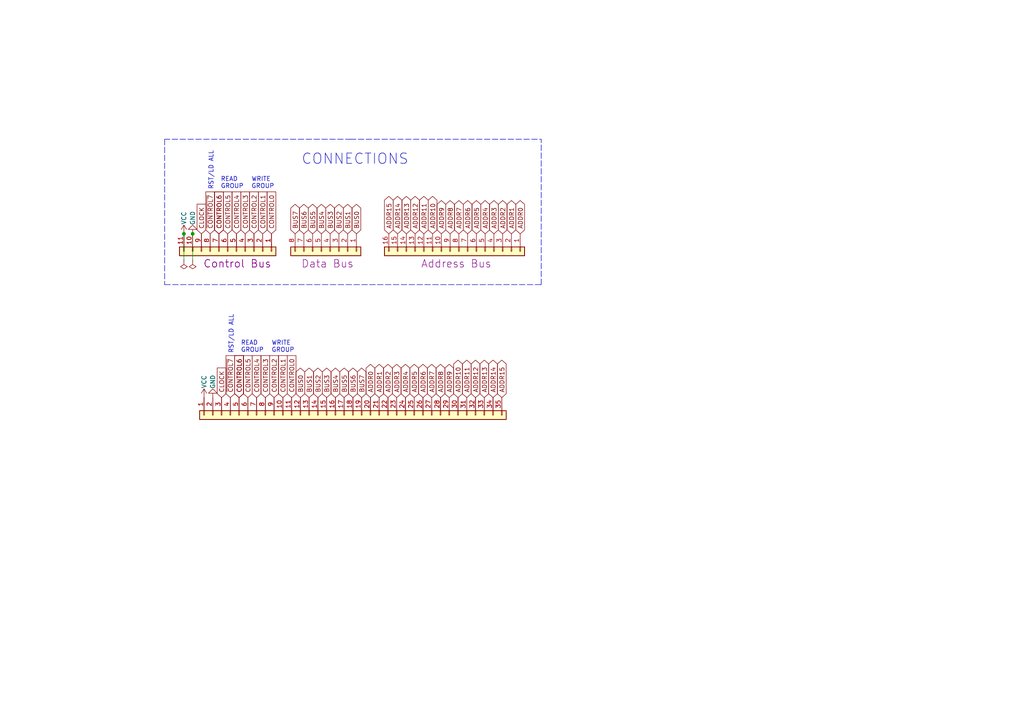
<source format=kicad_sch>
(kicad_sch (version 20211123) (generator eeschema)
  (paper "A4")
  (lib_symbols
    (symbol "Connector_Generic:Conn_01x08" (pin_names (offset 1.016) hide)
      (property "Reference" "J" (at 0 10.16 0))
      (property "Value" "Conn_01x08" (at 0 -12.7 0))
      (symbol "Conn_01x08_1_1"
        (rectangle (start -1.27 -10.033) (end 0 -10.287) (stroke (width 0.1524)))
        (rectangle (start -1.27 -7.493) (end 0 -7.747) (stroke (width 0.1524)))
        (rectangle (start -1.27 -4.953) (end 0 -5.207) (stroke (width 0.1524)))
        (rectangle (start -1.27 -2.413) (end 0 -2.667) (stroke (width 0.1524)))
        (rectangle (start -1.27 0.127) (end 0 -0.127) (stroke (width 0.1524)))
        (rectangle (start -1.27 2.667) (end 0 2.413) (stroke (width 0.1524)))
        (rectangle (start -1.27 5.207) (end 0 4.953) (stroke (width 0.1524)))
        (rectangle (start -1.27 7.747) (end 0 7.493) (stroke (width 0.1524)))
        (rectangle (start -1.27 8.89) (end 1.27 -11.43) (stroke (width 0.254)) (fill (type background)))
        (pin passive line (at -5.08 7.62 0) (length 3.81) (name "Pin_1") (number "1"))
        (pin passive line (at -5.08 5.08 0) (length 3.81) (name "Pin_2") (number "2"))
        (pin passive line (at -5.08 2.54 0) (length 3.81) (name "Pin_3") (number "3"))
        (pin passive line (at -5.08 0 0) (length 3.81) (name "Pin_4") (number "4"))
        (pin passive line (at -5.08 -2.54 0) (length 3.81) (name "Pin_5") (number "5"))
        (pin passive line (at -5.08 -5.08 0) (length 3.81) (name "Pin_6") (number "6"))
        (pin passive line (at -5.08 -7.62 0) (length 3.81) (name "Pin_7") (number "7"))
        (pin passive line (at -5.08 -10.16 0) (length 3.81) (name "Pin_8") (number "8"))
      )
    )
    (symbol "Connector_Generic:Conn_01x11" (pin_names (offset 1.016) hide)
      (property "Reference" "J" (at 0 15.24 0))
      (property "Value" "Conn_01x11" (at 0 -15.24 0))
      (symbol "Conn_01x11_1_1"
        (rectangle (start -1.27 -12.573) (end 0 -12.827) (stroke (width 0.1524)))
        (rectangle (start -1.27 -10.033) (end 0 -10.287) (stroke (width 0.1524)))
        (rectangle (start -1.27 -7.493) (end 0 -7.747) (stroke (width 0.1524)))
        (rectangle (start -1.27 -4.953) (end 0 -5.207) (stroke (width 0.1524)))
        (rectangle (start -1.27 -2.413) (end 0 -2.667) (stroke (width 0.1524)))
        (rectangle (start -1.27 0.127) (end 0 -0.127) (stroke (width 0.1524)))
        (rectangle (start -1.27 2.667) (end 0 2.413) (stroke (width 0.1524)))
        (rectangle (start -1.27 5.207) (end 0 4.953) (stroke (width 0.1524)))
        (rectangle (start -1.27 7.747) (end 0 7.493) (stroke (width 0.1524)))
        (rectangle (start -1.27 10.287) (end 0 10.033) (stroke (width 0.1524)))
        (rectangle (start -1.27 12.827) (end 0 12.573) (stroke (width 0.1524)))
        (rectangle (start -1.27 13.97) (end 1.27 -13.97) (stroke (width 0.254)) (fill (type background)))
        (pin passive line (at -5.08 12.7 0) (length 3.81) (name "Pin_1") (number "1"))
        (pin passive line (at -5.08 -10.16 0) (length 3.81) (name "Pin_10") (number "10"))
        (pin passive line (at -5.08 -12.7 0) (length 3.81) (name "Pin_11") (number "11"))
        (pin passive line (at -5.08 10.16 0) (length 3.81) (name "Pin_2") (number "2"))
        (pin passive line (at -5.08 7.62 0) (length 3.81) (name "Pin_3") (number "3"))
        (pin passive line (at -5.08 5.08 0) (length 3.81) (name "Pin_4") (number "4"))
        (pin passive line (at -5.08 2.54 0) (length 3.81) (name "Pin_5") (number "5"))
        (pin passive line (at -5.08 0 0) (length 3.81) (name "Pin_6") (number "6"))
        (pin passive line (at -5.08 -2.54 0) (length 3.81) (name "Pin_7") (number "7"))
        (pin passive line (at -5.08 -5.08 0) (length 3.81) (name "Pin_8") (number "8"))
        (pin passive line (at -5.08 -7.62 0) (length 3.81) (name "Pin_9") (number "9"))
      )
    )
    (symbol "Connector_Generic:Conn_01x16" (pin_names (offset 1.016) hide)
      (property "Reference" "J" (at 0 20.32 0))
      (property "Value" "Conn_01x16" (at 0 -22.86 0))
      (symbol "Conn_01x16_1_1"
        (rectangle (start -1.27 -20.193) (end 0 -20.447) (stroke (width 0.1524)))
        (rectangle (start -1.27 -17.653) (end 0 -17.907) (stroke (width 0.1524)))
        (rectangle (start -1.27 -15.113) (end 0 -15.367) (stroke (width 0.1524)))
        (rectangle (start -1.27 -12.573) (end 0 -12.827) (stroke (width 0.1524)))
        (rectangle (start -1.27 -10.033) (end 0 -10.287) (stroke (width 0.1524)))
        (rectangle (start -1.27 -7.493) (end 0 -7.747) (stroke (width 0.1524)))
        (rectangle (start -1.27 -4.953) (end 0 -5.207) (stroke (width 0.1524)))
        (rectangle (start -1.27 -2.413) (end 0 -2.667) (stroke (width 0.1524)))
        (rectangle (start -1.27 0.127) (end 0 -0.127) (stroke (width 0.1524)))
        (rectangle (start -1.27 2.667) (end 0 2.413) (stroke (width 0.1524)))
        (rectangle (start -1.27 5.207) (end 0 4.953) (stroke (width 0.1524)))
        (rectangle (start -1.27 7.747) (end 0 7.493) (stroke (width 0.1524)))
        (rectangle (start -1.27 10.287) (end 0 10.033) (stroke (width 0.1524)))
        (rectangle (start -1.27 12.827) (end 0 12.573) (stroke (width 0.1524)))
        (rectangle (start -1.27 15.367) (end 0 15.113) (stroke (width 0.1524)))
        (rectangle (start -1.27 17.907) (end 0 17.653) (stroke (width 0.1524)))
        (rectangle (start -1.27 19.05) (end 1.27 -21.59) (stroke (width 0.254)) (fill (type background)))
        (pin passive line (at -5.08 17.78 0) (length 3.81) (name "Pin_1") (number "1"))
        (pin passive line (at -5.08 -5.08 0) (length 3.81) (name "Pin_10") (number "10"))
        (pin passive line (at -5.08 -7.62 0) (length 3.81) (name "Pin_11") (number "11"))
        (pin passive line (at -5.08 -10.16 0) (length 3.81) (name "Pin_12") (number "12"))
        (pin passive line (at -5.08 -12.7 0) (length 3.81) (name "Pin_13") (number "13"))
        (pin passive line (at -5.08 -15.24 0) (length 3.81) (name "Pin_14") (number "14"))
        (pin passive line (at -5.08 -17.78 0) (length 3.81) (name "Pin_15") (number "15"))
        (pin passive line (at -5.08 -20.32 0) (length 3.81) (name "Pin_16") (number "16"))
        (pin passive line (at -5.08 15.24 0) (length 3.81) (name "Pin_2") (number "2"))
        (pin passive line (at -5.08 12.7 0) (length 3.81) (name "Pin_3") (number "3"))
        (pin passive line (at -5.08 10.16 0) (length 3.81) (name "Pin_4") (number "4"))
        (pin passive line (at -5.08 7.62 0) (length 3.81) (name "Pin_5") (number "5"))
        (pin passive line (at -5.08 5.08 0) (length 3.81) (name "Pin_6") (number "6"))
        (pin passive line (at -5.08 2.54 0) (length 3.81) (name "Pin_7") (number "7"))
        (pin passive line (at -5.08 0 0) (length 3.81) (name "Pin_8") (number "8"))
        (pin passive line (at -5.08 -2.54 0) (length 3.81) (name "Pin_9") (number "9"))
      )
    )
    (symbol "Connector_Generic:Conn_01x35" (pin_names (offset 1.016) hide)
      (property "Reference" "J" (at 0 45.72 0))
      (property "Value" "Conn_01x35" (at 0 -45.72 0))
      (symbol "Conn_01x35_1_1"
        (rectangle (start -1.27 -43.053) (end 0 -43.307) (stroke (width 0.1524)))
        (rectangle (start -1.27 -40.513) (end 0 -40.767) (stroke (width 0.1524)))
        (rectangle (start -1.27 -37.973) (end 0 -38.227) (stroke (width 0.1524)))
        (rectangle (start -1.27 -35.433) (end 0 -35.687) (stroke (width 0.1524)))
        (rectangle (start -1.27 -32.893) (end 0 -33.147) (stroke (width 0.1524)))
        (rectangle (start -1.27 -30.353) (end 0 -30.607) (stroke (width 0.1524)))
        (rectangle (start -1.27 -27.813) (end 0 -28.067) (stroke (width 0.1524)))
        (rectangle (start -1.27 -25.273) (end 0 -25.527) (stroke (width 0.1524)))
        (rectangle (start -1.27 -22.733) (end 0 -22.987) (stroke (width 0.1524)))
        (rectangle (start -1.27 -20.193) (end 0 -20.447) (stroke (width 0.1524)))
        (rectangle (start -1.27 -17.653) (end 0 -17.907) (stroke (width 0.1524)))
        (rectangle (start -1.27 -15.113) (end 0 -15.367) (stroke (width 0.1524)))
        (rectangle (start -1.27 -12.573) (end 0 -12.827) (stroke (width 0.1524)))
        (rectangle (start -1.27 -10.033) (end 0 -10.287) (stroke (width 0.1524)))
        (rectangle (start -1.27 -7.493) (end 0 -7.747) (stroke (width 0.1524)))
        (rectangle (start -1.27 -4.953) (end 0 -5.207) (stroke (width 0.1524)))
        (rectangle (start -1.27 -2.413) (end 0 -2.667) (stroke (width 0.1524)))
        (rectangle (start -1.27 0.127) (end 0 -0.127) (stroke (width 0.1524)))
        (rectangle (start -1.27 2.667) (end 0 2.413) (stroke (width 0.1524)))
        (rectangle (start -1.27 5.207) (end 0 4.953) (stroke (width 0.1524)))
        (rectangle (start -1.27 7.747) (end 0 7.493) (stroke (width 0.1524)))
        (rectangle (start -1.27 10.287) (end 0 10.033) (stroke (width 0.1524)))
        (rectangle (start -1.27 12.827) (end 0 12.573) (stroke (width 0.1524)))
        (rectangle (start -1.27 15.367) (end 0 15.113) (stroke (width 0.1524)))
        (rectangle (start -1.27 17.907) (end 0 17.653) (stroke (width 0.1524)))
        (rectangle (start -1.27 20.447) (end 0 20.193) (stroke (width 0.1524)))
        (rectangle (start -1.27 22.987) (end 0 22.733) (stroke (width 0.1524)))
        (rectangle (start -1.27 25.527) (end 0 25.273) (stroke (width 0.1524)))
        (rectangle (start -1.27 28.067) (end 0 27.813) (stroke (width 0.1524)))
        (rectangle (start -1.27 30.607) (end 0 30.353) (stroke (width 0.1524)))
        (rectangle (start -1.27 33.147) (end 0 32.893) (stroke (width 0.1524)))
        (rectangle (start -1.27 35.687) (end 0 35.433) (stroke (width 0.1524)))
        (rectangle (start -1.27 38.227) (end 0 37.973) (stroke (width 0.1524)))
        (rectangle (start -1.27 40.767) (end 0 40.513) (stroke (width 0.1524)))
        (rectangle (start -1.27 43.307) (end 0 43.053) (stroke (width 0.1524)))
        (rectangle (start -1.27 44.45) (end 1.27 -44.45) (stroke (width 0.254)) (fill (type background)))
        (pin passive line (at -5.08 43.18 0) (length 3.81) (name "Pin_1") (number "1"))
        (pin passive line (at -5.08 20.32 0) (length 3.81) (name "Pin_10") (number "10"))
        (pin passive line (at -5.08 17.78 0) (length 3.81) (name "Pin_11") (number "11"))
        (pin passive line (at -5.08 15.24 0) (length 3.81) (name "Pin_12") (number "12"))
        (pin passive line (at -5.08 12.7 0) (length 3.81) (name "Pin_13") (number "13"))
        (pin passive line (at -5.08 10.16 0) (length 3.81) (name "Pin_14") (number "14"))
        (pin passive line (at -5.08 7.62 0) (length 3.81) (name "Pin_15") (number "15"))
        (pin passive line (at -5.08 5.08 0) (length 3.81) (name "Pin_16") (number "16"))
        (pin passive line (at -5.08 2.54 0) (length 3.81) (name "Pin_17") (number "17"))
        (pin passive line (at -5.08 0 0) (length 3.81) (name "Pin_18") (number "18"))
        (pin passive line (at -5.08 -2.54 0) (length 3.81) (name "Pin_19") (number "19"))
        (pin passive line (at -5.08 40.64 0) (length 3.81) (name "Pin_2") (number "2"))
        (pin passive line (at -5.08 -5.08 0) (length 3.81) (name "Pin_20") (number "20"))
        (pin passive line (at -5.08 -7.62 0) (length 3.81) (name "Pin_21") (number "21"))
        (pin passive line (at -5.08 -10.16 0) (length 3.81) (name "Pin_22") (number "22"))
        (pin passive line (at -5.08 -12.7 0) (length 3.81) (name "Pin_23") (number "23"))
        (pin passive line (at -5.08 -15.24 0) (length 3.81) (name "Pin_24") (number "24"))
        (pin passive line (at -5.08 -17.78 0) (length 3.81) (name "Pin_25") (number "25"))
        (pin passive line (at -5.08 -20.32 0) (length 3.81) (name "Pin_26") (number "26"))
        (pin passive line (at -5.08 -22.86 0) (length 3.81) (name "Pin_27") (number "27"))
        (pin passive line (at -5.08 -25.4 0) (length 3.81) (name "Pin_28") (number "28"))
        (pin passive line (at -5.08 -27.94 0) (length 3.81) (name "Pin_29") (number "29"))
        (pin passive line (at -5.08 38.1 0) (length 3.81) (name "Pin_3") (number "3"))
        (pin passive line (at -5.08 -30.48 0) (length 3.81) (name "Pin_30") (number "30"))
        (pin passive line (at -5.08 -33.02 0) (length 3.81) (name "Pin_31") (number "31"))
        (pin passive line (at -5.08 -35.56 0) (length 3.81) (name "Pin_32") (number "32"))
        (pin passive line (at -5.08 -38.1 0) (length 3.81) (name "Pin_33") (number "33"))
        (pin passive line (at -5.08 -40.64 0) (length 3.81) (name "Pin_34") (number "34"))
        (pin passive line (at -5.08 -43.18 0) (length 3.81) (name "Pin_35") (number "35"))
        (pin passive line (at -5.08 35.56 0) (length 3.81) (name "Pin_4") (number "4"))
        (pin passive line (at -5.08 33.02 0) (length 3.81) (name "Pin_5") (number "5"))
        (pin passive line (at -5.08 30.48 0) (length 3.81) (name "Pin_6") (number "6"))
        (pin passive line (at -5.08 27.94 0) (length 3.81) (name "Pin_7") (number "7"))
        (pin passive line (at -5.08 25.4 0) (length 3.81) (name "Pin_8") (number "8"))
        (pin passive line (at -5.08 22.86 0) (length 3.81) (name "Pin_9") (number "9"))
      )
    )
    (symbol "power:GND" (power) (pin_names (offset 0))
      (property "Value" "GND" (at 0 -3.81 0))
      (symbol "GND_0_1"
        (polyline (pts (xy 0 0) (xy 0 -1.27) (xy 1.27 -1.27) (xy 0 -2.54) (xy -1.27 -1.27) (xy 0 -1.27)))
      )
      (symbol "GND_1_1"
        (pin power_in line (at 0 0 270) (length 0) hide (name "GND") (number "1"))
      )
    )
    (symbol "power:PWR_FLAG" (power) (pin_numbers hide) (pin_names (offset 0) hide)
      (property "Value" "PWR_FLAG" (at 0 3.81 0))
      (symbol "PWR_FLAG_0_0"
        (pin power_out line (at 0 0 90) (length 0) (name "pwr") (number "1"))
      )
      (symbol "PWR_FLAG_0_1"
        (polyline (pts (xy 0 0) (xy 0 1.27) (xy -1.016 1.905) (xy 0 2.54) (xy 1.016 1.905) (xy 0 1.27)))
      )
    )
    (symbol "power:VCC" (power) (pin_names (offset 0))
      (property "Value" "VCC" (at 0 3.81 0))
      (symbol "VCC_0_1"
        (polyline (pts (xy -0.762 1.27) (xy 0 2.54)))
        (polyline (pts (xy 0 0) (xy 0 2.54)))
        (polyline (pts (xy 0 2.54) (xy 0.762 1.27)))
      )
      (symbol "VCC_1_1"
        (pin power_in line (at 0 0 90) (length 0) hide (name "VCC") (number "1"))
      )
    )
  )
  (junction (at 55.88 67.818))
  (junction (at 53.34 67.818))
  (wire (pts (xy 55.88 67.818) (xy 55.88 75.438)))
  (polyline (pts (xy 47.752 82.55) (xy 156.972 82.55)))
  (polyline (pts (xy 101.854 40.386) (xy 47.752 40.386)))
  (wire (pts (xy 53.34 67.818) (xy 53.34 75.438)))
  (polyline (pts (xy 101.6 40.386) (xy 156.972 40.386)))
  (polyline (pts (xy 156.972 82.55) (xy 156.972 40.386)))
  (polyline (pts (xy 47.752 40.386) (xy 47.752 82.55)))
  (text "WRITE\nGROUP" (at 72.898 54.864 0) (effects (font (size 1.27 1.27)) (justify left bottom)))
  (text "CONNECTIONS" (at 87.376 48.006 0) (effects (font (size 3 3)) (justify left bottom)))
  (text "READ\nGROUP" (at 69.85 102.362 0) (effects (font (size 1.27 1.27)) (justify left bottom)))
  (text "RST/LD ALL" (at 61.976 55.118 90) (effects (font (size 1.27 1.27)) (justify left bottom)))
  (text "WRITE\nGROUP" (at 78.74 102.362 0) (effects (font (size 1.27 1.27)) (justify left bottom)))
  (text "RST/LD ALL" (at 67.818 102.616 90) (effects (font (size 1.27 1.27)) (justify left bottom)))
  (text "READ\nGROUP" (at 64.008 54.864 0) (effects (font (size 1.27 1.27)) (justify left bottom)))
  (global_label "ADDR9" (shape tri_state) (at 130.302 115.316 90) (property "Intersheet References" "${INTERSHEET_REFS}" (effects hide)))
  (global_label "ADDR6" (shape tri_state) (at 122.682 115.316 90) (property "Intersheet References" "${INTERSHEET_REFS}" (effects hide)))
  (global_label "BUS1" (shape tri_state) (at 89.662 115.316 90) (property "Intersheet References" "${INTERSHEET_REFS}" (effects hide)))
  (global_label "ADDR14" (shape tri_state) (at 115.316 67.818 90) (property "Intersheet References" "${INTERSHEET_REFS}" (effects hide)))
  (global_label "ADDR4" (shape tri_state) (at 140.716 67.818 90) (property "Intersheet References" "${INTERSHEET_REFS}" (effects hide)))
  (global_label "BUS0" (shape tri_state) (at 103.378 67.818 90) (property "Intersheet References" "${INTERSHEET_REFS}" (effects hide)))
  (global_label "ADDR7" (shape tri_state) (at 133.096 67.818 90) (property "Intersheet References" "${INTERSHEET_REFS}" (effects hide)))
  (global_label "ADDR9" (shape tri_state) (at 128.016 67.818 90) (property "Intersheet References" "${INTERSHEET_REFS}" (effects hide)))
  (global_label "CONTROL0" (shape input) (at 84.582 115.316 90) (property "Intersheet References" "${INTERSHEET_REFS}" (effects hide)))
  (global_label "ADDR1" (shape tri_state) (at 148.336 67.818 90) (property "Intersheet References" "${INTERSHEET_REFS}" (effects hide)))
  (global_label "ADDR12" (shape tri_state) (at 120.396 67.818 90) (property "Intersheet References" "${INTERSHEET_REFS}" (effects hide)))
  (global_label "BUS5" (shape tri_state) (at 90.678 67.818 90) (property "Intersheet References" "${INTERSHEET_REFS}" (effects hide)))
  (global_label "CONTROL3" (shape input) (at 71.12 67.818 90) (property "Intersheet References" "${INTERSHEET_REFS}" (effects hide)))
  (global_label "BUS3" (shape tri_state) (at 95.758 67.818 90) (property "Intersheet References" "${INTERSHEET_REFS}" (effects hide)))
  (global_label "ADDR14" (shape tri_state) (at 143.002 115.316 90) (property "Intersheet References" "${INTERSHEET_REFS}" (effects hide)))
  (global_label "CONTROL1" (shape input) (at 76.2 67.818 90) (property "Intersheet References" "${INTERSHEET_REFS}" (effects hide)))
  (global_label "ADDR5" (shape tri_state) (at 138.176 67.818 90) (property "Intersheet References" "${INTERSHEET_REFS}" (effects hide)))
  (global_label "BUS4" (shape tri_state) (at 93.218 67.818 90) (property "Intersheet References" "${INTERSHEET_REFS}" (effects hide)))
  (global_label "CONTROL6" (shape input) (at 63.5 67.818 90) (property "Intersheet References" "${INTERSHEET_REFS}" (effects hide)))
  (global_label "ADDR3" (shape tri_state) (at 115.062 115.316 90) (property "Intersheet References" "${INTERSHEET_REFS}" (effects hide)))
  (global_label "ADDR13" (shape tri_state) (at 140.462 115.316 90) (property "Intersheet References" "${INTERSHEET_REFS}" (effects hide)))
  (global_label "BUS6" (shape tri_state) (at 88.138 67.818 90) (property "Intersheet References" "${INTERSHEET_REFS}" (effects hide)))
  (global_label "BUS6" (shape tri_state) (at 102.362 115.316 90) (property "Intersheet References" "${INTERSHEET_REFS}" (effects hide)))
  (global_label "BUS2" (shape tri_state) (at 92.202 115.316 90) (property "Intersheet References" "${INTERSHEET_REFS}" (effects hide)))
  (global_label "ADDR1" (shape tri_state) (at 109.982 115.316 90) (property "Intersheet References" "${INTERSHEET_REFS}" (effects hide)))
  (global_label "ADDR4" (shape tri_state) (at 117.602 115.316 90) (property "Intersheet References" "${INTERSHEET_REFS}" (effects hide)))
  (global_label "ADDR8" (shape tri_state) (at 127.762 115.316 90) (property "Intersheet References" "${INTERSHEET_REFS}" (effects hide)))
  (global_label "CONTROL2" (shape input) (at 73.66 67.818 90) (property "Intersheet References" "${INTERSHEET_REFS}" (effects hide)))
  (global_label "BUS3" (shape tri_state) (at 94.742 115.316 90) (property "Intersheet References" "${INTERSHEET_REFS}" (effects hide)))
  (global_label "CONTROL4" (shape input) (at 68.58 67.818 90) (property "Intersheet References" "${INTERSHEET_REFS}" (effects hide)))
  (global_label "ADDR8" (shape tri_state) (at 130.556 67.818 90) (property "Intersheet References" "${INTERSHEET_REFS}" (effects hide)))
  (global_label "ADDR2" (shape tri_state) (at 112.522 115.316 90) (property "Intersheet References" "${INTERSHEET_REFS}" (effects hide)))
  (global_label "ADDR10" (shape tri_state) (at 125.476 67.818 90) (property "Intersheet References" "${INTERSHEET_REFS}" (effects hide)))
  (global_label "ADDR11" (shape tri_state) (at 135.382 115.316 90) (property "Intersheet References" "${INTERSHEET_REFS}" (effects hide)))
  (global_label "BUS7" (shape tri_state) (at 85.598 67.818 90) (property "Intersheet References" "${INTERSHEET_REFS}" (effects hide)))
  (global_label "ADDR15" (shape tri_state) (at 112.776 67.818 90) (property "Intersheet References" "${INTERSHEET_REFS}" (effects hide)))
  (global_label "~{CONTROL7}" (shape input) (at 60.96 67.818 90) (property "Intersheet References" "${INTERSHEET_REFS}" (effects hide)))
  (global_label "BUS1" (shape tri_state) (at 100.838 67.818 90) (property "Intersheet References" "${INTERSHEET_REFS}" (effects hide)))
  (global_label "CONTROL6" (shape input) (at 63.5 67.818 90) (property "Intersheet References" "${INTERSHEET_REFS}" (effects hide)))
  (global_label "ADDR6" (shape tri_state) (at 135.636 67.818 90) (property "Intersheet References" "${INTERSHEET_REFS}" (effects hide)))
  (global_label "BUS4" (shape tri_state) (at 97.282 115.316 90) (property "Intersheet References" "${INTERSHEET_REFS}" (effects hide)))
  (global_label "CLOCK" (shape input) (at 64.262 115.316 90) (property "Intersheet References" "${INTERSHEET_REFS}" (effects hide)))
  (global_label "BUS0" (shape tri_state) (at 87.122 115.316 90) (property "Intersheet References" "${INTERSHEET_REFS}" (effects hide)))
  (global_label "CONTROL3" (shape input) (at 76.962 115.316 90) (property "Intersheet References" "${INTERSHEET_REFS}" (effects hide)))
  (global_label "CONTROL0" (shape input) (at 78.74 67.818 90) (property "Intersheet References" "${INTERSHEET_REFS}" (effects hide)))
  (global_label "CONTROL4" (shape input) (at 74.422 115.316 90) (property "Intersheet References" "${INTERSHEET_REFS}" (effects hide)))
  (global_label "ADDR13" (shape tri_state) (at 117.856 67.818 90) (property "Intersheet References" "${INTERSHEET_REFS}" (effects hide)))
  (global_label "ADDR0" (shape tri_state) (at 107.442 115.316 90) (property "Intersheet References" "${INTERSHEET_REFS}" (effects hide)))
  (global_label "CLOCK" (shape input) (at 58.42 67.818 90) (property "Intersheet References" "${INTERSHEET_REFS}" (effects hide)))
  (global_label "ADDR2" (shape tri_state) (at 145.796 67.818 90) (property "Intersheet References" "${INTERSHEET_REFS}" (effects hide)))
  (global_label "CONTROL5" (shape input) (at 66.04 67.818 90) (property "Intersheet References" "${INTERSHEET_REFS}" (effects hide)))
  (global_label "ADDR5" (shape tri_state) (at 120.142 115.316 90) (property "Intersheet References" "${INTERSHEET_REFS}" (effects hide)))
  (global_label "BUS2" (shape tri_state) (at 98.298 67.818 90) (property "Intersheet References" "${INTERSHEET_REFS}" (effects hide)))
  (global_label "~{CONTROL7}" (shape input) (at 66.802 115.316 90) (property "Intersheet References" "${INTERSHEET_REFS}" (effects hide)))
  (global_label "ADDR15" (shape tri_state) (at 145.542 115.316 90) (property "Intersheet References" "${INTERSHEET_REFS}" (effects hide)))
  (global_label "CONTROL2" (shape input) (at 79.502 115.316 90) (property "Intersheet References" "${INTERSHEET_REFS}" (effects hide)))
  (global_label "CONTROL1" (shape input) (at 82.042 115.316 90) (property "Intersheet References" "${INTERSHEET_REFS}" (effects hide)))
  (global_label "CONTROL6" (shape input) (at 69.342 115.316 90) (property "Intersheet References" "${INTERSHEET_REFS}" (effects hide)))
  (global_label "CONTROL6" (shape input) (at 69.342 115.316 90) (property "Intersheet References" "${INTERSHEET_REFS}" (effects hide)))
  (global_label "CONTROL5" (shape input) (at 71.882 115.316 90) (property "Intersheet References" "${INTERSHEET_REFS}" (effects hide)))
  (global_label "ADDR10" (shape tri_state) (at 132.842 115.316 90) (property "Intersheet References" "${INTERSHEET_REFS}" (effects hide)))
  (global_label "BUS7" (shape tri_state) (at 104.902 115.316 90) (property "Intersheet References" "${INTERSHEET_REFS}" (effects hide)))
  (global_label "BUS5" (shape tri_state) (at 99.822 115.316 90) (property "Intersheet References" "${INTERSHEET_REFS}" (effects hide)))
  (global_label "ADDR3" (shape tri_state) (at 143.256 67.818 90) (property "Intersheet References" "${INTERSHEET_REFS}" (effects hide)))
  (global_label "ADDR12" (shape tri_state) (at 137.922 115.316 90) (property "Intersheet References" "${INTERSHEET_REFS}" (effects hide)))
  (global_label "ADDR11" (shape tri_state) (at 122.936 67.818 90) (property "Intersheet References" "${INTERSHEET_REFS}" (effects hide)))
  (global_label "ADDR0" (shape tri_state) (at 150.876 67.818 90) (property "Intersheet References" "${INTERSHEET_REFS}" (effects hide)))
  (global_label "ADDR7" (shape tri_state) (at 125.222 115.316 90) (property "Intersheet References" "${INTERSHEET_REFS}" (effects hide)))
  (symbol (lib_id "Connector_Generic:Conn_01x11") (at 66.04 72.898 270) (unit 1)
    (property "Reference" "J1" (effects hide))
    (property "Value" "Conn_01x08" (effects hide))
    (property "Footprint" "Connector_PinSocket_2.54mm:PinSocket_1x11_P2.54mm_Vertical" (effects hide))
    (property "Field4" "Control Bus" (at 68.834 76.454 90) (effects (font (size 2.2 2.2))))
  )
  (symbol (lib_id "power:PWR_FLAG") (at 53.34 75.438 180) (unit 1)
    (property "Reference" "#FLG01" (effects hide))
    (property "Value" "PWR_FLAG" (effects hide))
  )
  (symbol (lib_id "power:VCC") (at 53.34 67.818 0) (unit 1)
    (property "Reference" "#PWR01" (effects hide))
    (property "Value" "VCC" (at 53.34 63.246 90))
  )
  (symbol (lib_id "power:PWR_FLAG") (at 55.88 75.438 180) (unit 1)
    (property "Reference" "#FLG02" (effects hide))
    (property "Value" "PWR_FLAG" (effects hide))
  )
  (symbol (lib_id "power:GND") (at 55.88 67.818 180) (unit 1)
    (property "Reference" "#PWR02" (effects hide))
    (property "Value" "GND" (at 55.88 63.246 90))
  )
  (symbol (lib_id "Connector_Generic:Conn_01x08") (at 95.758 72.898 270) (unit 1)
    (property "Reference" "J2" (effects hide))
    (property "Value" "Conn_01x16" (effects hide))
    (property "Footprint" "Connector_PinSocket_2.54mm:PinSocket_1x08_P2.54mm_Vertical" (effects hide))
    (property "Field4" "Data Bus" (at 94.996 76.454 90) (effects (font (size 2.2 2.2))))
  )
  (symbol (lib_id "power:GND") (at 61.722 115.316 180) (unit 1)
    (property "Reference" "#PWR04" (effects hide))
    (property "Value" "GND" (at 61.722 110.744 90))
  )
  (symbol (lib_id "power:VCC") (at 59.182 115.316 0) (unit 1)
    (property "Reference" "#PWR03" (effects hide))
    (property "Value" "VCC" (at 59.182 110.744 90))
  )
  (symbol (lib_id "Connector_Generic:Conn_01x16") (at 133.096 72.898 270) (unit 1)
    (property "Reference" "J4" (effects hide))
    (property "Value" "Conn_01x11" (effects hide))
    (property "Footprint" "Connector_PinSocket_2.54mm:PinSocket_1x16_P2.54mm_Vertical" (effects hide))
    (property "Field4" "Address Bus" (at 132.334 76.454 90) (effects (font (size 2.2 2.2))))
  )
  (symbol (lib_id "Connector_Generic:Conn_01x35") (at 102.362 120.396 90) (mirror x) (unit 1)
    (property "Reference" "J3" (effects hide))
    (property "Value" "Conn_01x35" (effects hide))
    (property "Footprint" "Connector_PinHeader_2.54mm:PinHeader_1x35_P2.54mm_Horizontal" (effects hide))
  )
)
</source>
